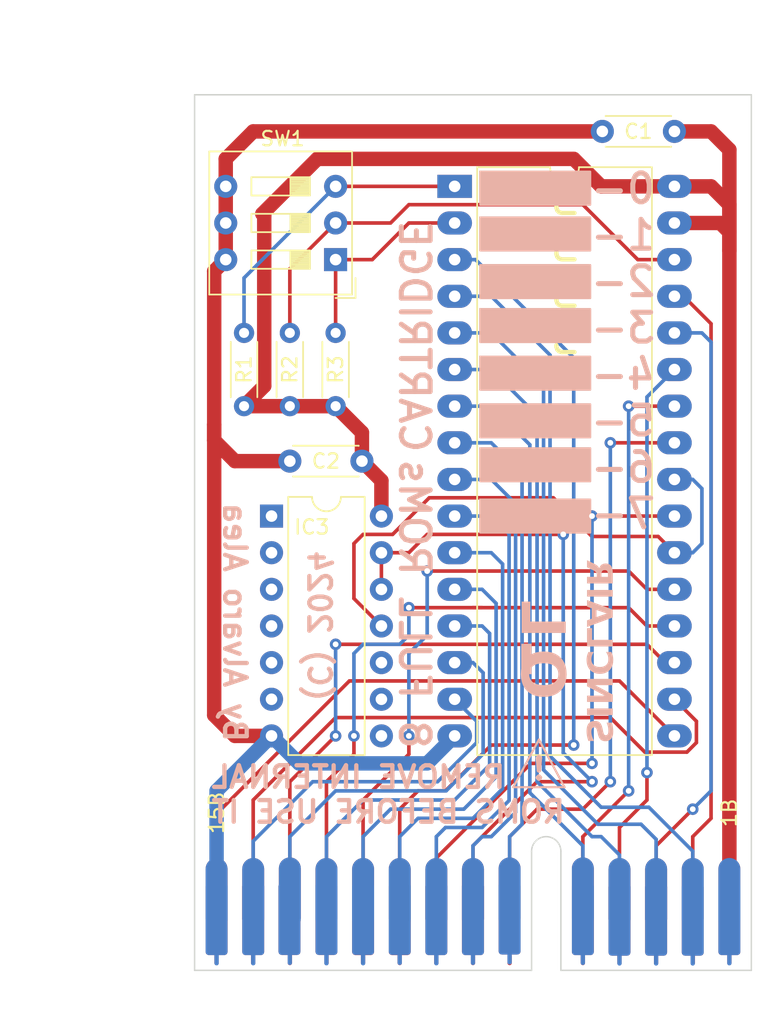
<source format=kicad_pcb>
(kicad_pcb (version 20240108) (generator "pcbnew") (generator_version "8.0")
  (title_block (title "16Kb ROM Cartridge for Sinclair QL") (date "2022-02-04") (rev "0") (company "(c) 2022 Alvaro Alea Fdz.") (comment 1 "IC2 should be 27C128 / W27C512") (comment 2 "https://ohwr.org/cern_ohl_s_v2.txt") (comment 3 "CERN Open Hardware Licence Version 2 - Strongly Reciprocal") (comment 4 "Under License"))
  (layers (0 "F.Cu" signal) (31 "B.Cu" signal) (34 "B.Paste" user) (35 "F.Paste" user) (36 "B.SilkS" user "B.Silkscreen") (37 "F.SilkS" user "F.Silkscreen") (38 "B.Mask" user) (39 "F.Mask" user) (44 "Edge.Cuts" user))
  (net 0 "")
  (net 1 "VCC")
  (net 2 "GND")
  (net 3 "/D3")
  (net 4 "/D4")
  (net 5 "/D2")
  (net 6 "/D5")
  (net 7 "/D1")
  (net 8 "/D6")
  (net 9 "/D0")
  (net 10 "/D7")
  (net 11 "/A0")
  (net 12 "/A15")
  (net 13 "/A1")
  (net 14 "/A10")
  (net 15 "/A2")
  (net 16 "/ROMOE")
  (net 17 "/A3")
  (net 18 "/A11")
  (net 19 "/A4")
  (net 20 "/A9")
  (net 21 "/A5")
  (net 22 "/A8")
  (net 23 "/A6")
  (net 24 "/A13")
  (net 25 "/A7")
  (net 26 "/A14")
  (net 27 "/A12")
  (net 30 "/U_ROMOE")
  (net 40 "Net-(IC2-A16)")
  (net 41 "Net-(IC2-A17)")
  (net 42 "Net-(IC2-A18)")
  (footprint "Package_DIP:DIP-32_W15.24mm_LongPads" (layer "F.Cu") (at 80.01 90.17)
    (property "Reference" "IC2" (at 3.302 0 0) (layer "F.SilkS"))
    (property "Value" "27C512")
    (fp_line (start 1.56 -1.33) (end 1.56 39.43) (stroke (width 0.12)) (layer "F.SilkS"))
    (fp_line (start 1.56 39.43) (end 13.68 39.43) (stroke (width 0.12)) (layer "F.SilkS"))
    (fp_line (start 6.62 -1.33) (end 1.56 -1.33) (stroke (width 0.12)) (layer "F.SilkS"))
    (fp_line (start 13.68 -1.33) (end 8.62 -1.33) (stroke (width 0.12)) (layer "F.SilkS"))
    (fp_line (start 13.68 39.43) (end 13.68 -1.33) (stroke (width 0.12)) (layer "F.SilkS"))
    (fp_arc (start 8.62 -1.33) (mid 7.62 -0.33) (end 6.62 -1.33) (stroke (width 0.12)) (layer "F.SilkS"))
    (pad "1" thru_hole rect (at 0 0) (size 2.4 1.6) (drill 0.8) (layers "*.Cu" "*.Mask") (net 42 "Net-(IC2-A18)"))
    (pad "2" thru_hole oval (at 0 2.54) (size 2.4 1.6) (drill 0.8) (layers "*.Cu" "*.Mask") (net 40 "Net-(IC2-A16)"))
    (pad "3" thru_hole oval (at 0 5.08) (size 2.4 1.6) (drill 0.8) (layers "*.Cu" "*.Mask") (net 12 "/A15"))
    (pad "4" thru_hole oval (at 0 7.62) (size 2.4 1.6) (drill 0.8) (layers "*.Cu" "*.Mask") (net 27 "/A12"))
    (pad "5" thru_hole oval (at 0 10.16) (size 2.4 1.6) (drill 0.8) (layers "*.Cu" "*.Mask") (net 25 "/A7"))
    (pad "6" thru_hole oval (at 0 12.7) (size 2.4 1.6) (drill 0.8) (layers "*.Cu" "*.Mask") (net 23 "/A6"))
    (pad "7" thru_hole oval (at 0 15.24) (size 2.4 1.6) (drill 0.8) (layers "*.Cu" "*.Mask") (net 21 "/A5"))
    (pad "8" thru_hole oval (at 0 17.78) (size 2.4 1.6) (drill 0.8) (layers "*.Cu" "*.Mask") (net 19 "/A4"))
    (pad "9" thru_hole oval (at 0 20.32) (size 2.4 1.6) (drill 0.8) (layers "*.Cu" "*.Mask") (net 17 "/A3"))
    (pad "10" thru_hole oval (at 0 22.86) (size 2.4 1.6) (drill 0.8) (layers "*.Cu" "*.Mask") (net 15 "/A2"))
    (pad "11" thru_hole oval (at 0 25.4) (size 2.4 1.6) (drill 0.8) (layers "*.Cu" "*.Mask") (net 13 "/A1"))
    (pad "12" thru_hole oval (at 0 27.94) (size 2.4 1.6) (drill 0.8) (layers "*.Cu" "*.Mask") (net 11 "/A0"))
    (pad "13" thru_hole oval (at 0 30.48) (size 2.4 1.6) (drill 0.8) (layers "*.Cu" "*.Mask") (net 9 "/D0"))
    (pad "14" thru_hole oval (at 0 33.02) (size 2.4 1.6) (drill 0.8) (layers "*.Cu" "*.Mask") (net 7 "/D1"))
    (pad "15" thru_hole oval (at 0 35.56) (size 2.4 1.6) (drill 0.8) (layers "*.Cu" "*.Mask") (net 5 "/D2"))
    (pad "16" thru_hole oval (at 0 38.1) (size 2.4 1.6) (drill 0.8) (layers "*.Cu" "*.Mask") (net 2 "GND"))
    (pad "17" thru_hole oval (at 15.24 38.1) (size 2.4 1.6) (drill 0.8) (layers "*.Cu" "*.Mask") (net 3 "/D3"))
    (pad "18" thru_hole oval (at 15.24 35.56) (size 2.4 1.6) (drill 0.8) (layers "*.Cu" "*.Mask") (net 4 "/D4"))
    (pad "19" thru_hole oval (at 15.24 33.02) (size 2.4 1.6) (drill 0.8) (layers "*.Cu" "*.Mask") (net 6 "/D5"))
    (pad "20" thru_hole oval (at 15.24 30.48) (size 2.4 1.6) (drill 0.8) (layers "*.Cu" "*.Mask") (net 8 "/D6"))
    (pad "21" thru_hole oval (at 15.24 27.94) (size 2.4 1.6) (drill 0.8) (layers "*.Cu" "*.Mask") (net 10 "/D7"))
    (pad "22" thru_hole oval (at 15.24 25.4) (size 2.4 1.6) (drill 0.8) (layers "*.Cu" "*.Mask") (net 30 "/U_ROMOE"))
    (pad "23" thru_hole oval (at 15.24 22.86) (size 2.4 1.6) (drill 0.8) (layers "*.Cu" "*.Mask") (net 14 "/A10"))
    (pad "24" thru_hole oval (at 15.24 20.32) (size 2.4 1.6) (drill 0.8) (layers "*.Cu" "*.Mask") (net 30 "/U_ROMOE"))
    (pad "25" thru_hole oval (at 15.24 17.78) (size 2.4 1.6) (drill 0.8) (layers "*.Cu" "*.Mask") (net 18 "/A11"))
    (pad "26" thru_hole oval (at 15.24 15.24) (size 2.4 1.6) (drill 0.8) (layers "*.Cu" "*.Mask") (net 20 "/A9"))
    (pad "27" thru_hole oval (at 15.24 12.7) (size 2.4 1.6) (drill 0.8) (layers "*.Cu" "*.Mask") (net 22 "/A8"))
    (pad "28" thru_hole oval (at 15.24 10.16) (size 2.4 1.6) (drill 0.8) (layers "*.Cu" "*.Mask") (net 24 "/A13"))
    (pad "29" thru_hole oval (at 15.24 7.62) (size 2.4 1.6) (drill 0.8) (layers "*.Cu" "*.Mask") (net 26 "/A14"))
    (pad "30" thru_hole oval (at 15.24 5.08) (size 2.4 1.6) (drill 0.8) (layers "*.Cu" "*.Mask") (net 41 "Net-(IC2-A17)"))
    (pad "31" thru_hole oval (at 15.24 2.54) (size 2.4 1.6) (drill 0.8) (layers "*.Cu" "*.Mask") (net 1 "VCC"))
    (pad "32" thru_hole oval (at 15.24 0) (size 2.4 1.6) (drill 0.8) (layers "*.Cu" "*.Mask") (net 1 "VCC"))
  )
  (footprint "Capacitor_THT:C_Disc_D4.3mm_W1.9mm_P5.00mm" (layer "F.Cu") (at 73.58 109.22 180)
    (property "Reference" "C2" (at 2.5 0 360) (layer "F.SilkS"))
    (property "Value" "C")
    (fp_line (start 4.77 1.055) (end 4.77 1.07) (stroke (width 0.12)) (layer "F.SilkS"))
    (fp_line (start 4.77 -1.07) (end 4.77 -1.055) (stroke (width 0.12)) (layer "F.SilkS"))
    (fp_line (start 0.23 1.07) (end 4.77 1.07) (stroke (width 0.12)) (layer "F.SilkS"))
    (fp_line (start 0.23 1.055) (end 0.23 1.07) (stroke (width 0.12)) (layer "F.SilkS"))
    (fp_line (start 0.23 -1.07) (end 4.77 -1.07) (stroke (width 0.12)) (layer "F.SilkS"))
    (fp_line (start 0.23 -1.07) (end 0.23 -1.055) (stroke (width 0.12)) (layer "F.SilkS"))
    (pad "1" thru_hole circle (at 0 0 180) (size 1.6 1.6) (drill 0.8) (layers "*.Cu" "*.Mask") (net 1 "VCC"))
    (pad "2" thru_hole circle (at 5 0 180) (size 1.6 1.6) (drill 0.8) (layers "*.Cu" "*.Mask") (net 2 "GND"))
  )
  (footprint "8bits:CART_QL_EDGE" (layer "F.Cu") (at 73.66 139.994)
    (property "Reference" "J1" (hide yes))
    (property "Value" "QL_cartridge_ROM" (hide yes))
    (fp_line (start -10.16 4.024) (end -10.16 3.516) (stroke (width 0.3)) (layer "F.Cu"))
    (fp_line (start -7.62 4.024) (end -7.62 3.516) (stroke (width 0.3)) (layer "F.Cu"))
    (fp_line (start -5.08 4.024) (end -5.08 3.516) (stroke (width 0.3)) (layer "F.Cu"))
    (fp_line (start -2.54 4.024) (end -2.54 3.516) (stroke (width 0.3)) (layer "F.Cu"))
    (fp_line (start 0 4.024) (end 0 3.516) (stroke (width 0.3)) (layer "F.Cu"))
    (fp_line (start 2.54 4.024) (end 2.54 3.516) (stroke (width 0.3)) (layer "F.Cu"))
    (fp_line (start 5.08 4.024) (end 5.08 3.516) (stroke (width 0.3)) (layer "F.Cu"))
    (fp_line (start 7.62 4.024) (end 7.62 3.516) (stroke (width 0.3)) (layer "F.Cu"))
    (fp_line (start 10.16 4.024) (end 10.16 3.516) (stroke (width 0.3)) (layer "F.Cu"))
    (fp_line (start 15.24 4.024) (end 15.24 3.516) (stroke (width 0.3)) (layer "F.Cu"))
    (fp_line (start 17.78 4.024) (end 17.78 3.516) (stroke (width 0.3)) (layer "F.Cu"))
    (fp_line (start 20.32 4.024) (end 20.32 3.516) (stroke (width 0.3)) (layer "F.Cu"))
    (fp_line (start 22.86 4.024) (end 22.86 3.516) (stroke (width 0.3)) (layer "F.Cu"))
    (fp_line (start 25.4 4.024) (end 25.4 3.516) (stroke (width 0.3)) (layer "F.Cu"))
    (fp_line (start -10.16 4.0386) (end -10.16 3.429) (stroke (width 0.3)) (layer "B.Cu"))
    (fp_line (start -7.62 4.0386) (end -7.62 3.429) (stroke (width 0.3)) (layer "B.Cu"))
    (fp_line (start -5.08 4.0132) (end -5.08 3.4036) (stroke (width 0.3)) (layer "B.Cu"))
    (fp_line (start -2.54 4.0386) (end -2.54 3.429) (stroke (width 0.3)) (layer "B.Cu"))
    (fp_line (start 0 4.0386) (end 0 3.4036) (stroke (width 0.3)) (layer "B.Cu"))
    (fp_line (start 2.54 4.0132) (end 2.54 3.4036) (stroke (width 0.3)) (layer "B.Cu"))
    (fp_line (start 5.08 4.0386) (end 5.08 3.429) (stroke (width 0.3)) (layer "B.Cu"))
    (fp_line (start 7.62 4.0132) (end 7.62 3.4036) (stroke (width 0.3)) (layer "B.Cu"))
    (fp_line (start 10.16 3.9732) (end 10.16 3.389) (stroke (width 0.3)) (layer "B.Cu"))
    (fp_line (start 15.24 4.0132) (end 15.24 3.429) (stroke (width 0.3)) (layer "B.Cu"))
    (fp_line (start 17.78 4.0532) (end 17.78 3.516) (stroke (width 0.3)) (layer "B.Cu"))
    (fp_line (start 20.32 4.0532) (end 20.32 3.516) (stroke (width 0.3)) (layer "B.Cu"))
    (fp_line (start 22.86 4.0532) (end 22.86 3.469) (stroke (width 0.3)) (layer "B.Cu"))
    (fp_line (start 25.4 4.0386) (end 25.4 3.429) (stroke (width 0.3)) (layer "B.Cu"))
    (pad "1" connect roundrect (at 25.4 -0.762) (size 1.524 5) (layers "F.Cu") (roundrect_rratio 0.5) (net 1 "VCC"))
    (pad "1" connect roundrect (at 25.4 0.976) (size 1.524 5) (layers "F.Cu") (roundrect_rratio 0.15) (net 1 "VCC"))
    (pad "2" connect roundrect (at 25.4 -0.762) (size 1.524 5) (layers "B.Cu") (roundrect_rratio 0.5))
    (pad "2" connect roundrect (at 25.4 0.976) (size 1.524 5) (layers "B.Cu") (roundrect_rratio 0.15))
    (pad "3" connect roundrect (at 22.86 -0.762) (size 1.524 5) (layers "F.Cu") (roundrect_rratio 0.5) (net 26 "/A14"))
    (pad "3" connect roundrect (at 22.86 1.016) (size 1.524 5) (layers "F.Cu") (roundrect_rratio 0.15) (net 26 "/A14"))
    (pad "4" connect roundrect (at 22.86 -0.762) (size 1.524 5) (layers "B.Cu") (roundrect_rratio 0.5) (net 27 "/A12"))
    (pad "4" connect roundrect (at 22.86 1.016) (size 1.524 5) (layers "B.Cu") (roundrect_rratio 0.15) (net 27 "/A12"))
    (pad "5" connect roundrect (at 20.32 -0.762) (size 1.524 5) (layers "F.Cu") (roundrect_rratio 0.5) (net 24 "/A13"))
    (pad "5" connect roundrect (at 20.32 1.016) (size 1.524 5) (layers "F.Cu") (roundrect_rratio 0.15) (net 24 "/A13"))
    (pad "6" connect roundrect (at 20.32 -0.762) (size 1.524 5) (layers "B.Cu") (roundrect_rratio 0.5) (net 25 "/A7"))
    (pad "6" connect roundrect (at 20.32 1.016) (size 1.524 5) (layers "B.Cu") (roundrect_rratio 0.15) (net 25 "/A7"))
    (pad "7" connect roundrect (at 17.78 -0.762) (size 1.524 5) (layers "F.Cu") (roundrect_rratio 0.5) (net 22 "/A8"))
    (pad "7" connect roundrect (at 17.78 1.016) (size 1.524 5) (layers "F.Cu") (roundrect_rratio 0.15) (net 22 "/A8"))
    (pad "8" connect roundrect (at 17.78 -0.762) (size 1.524 5) (layers "B.Cu") (roundrect_rratio 0.5) (net 23 "/A6"))
    (pad "8" connect roundrect (at 17.78 1.016) (size 1.524 5) (layers "B.Cu") (roundrect_rratio 0.15) (net 23 "/A6"))
    (pad "9" connect roundrect (at 15.24 -0.802) (size 1.524 5) (layers "F.Cu") (roundrect_rratio 0.5) (net 20 "/A9"))
    (pad "9" connect roundrect (at 15.24 0.976) (size 1.524 5) (layers "F.Cu") (roundrect_rratio 0.15) (net 20 "/A9"))
    (pad "10" connect roundrect (at 15.24 -0.802) (size 1.524 5) (layers "B.Cu") (roundrect_rratio 0.5) (net 21 "/A5"))
    (pad "10" connect roundrect (at 15.24 0.976) (size 1.524 5) (layers "B.Cu") (roundrect_rratio 0.15) (net 21 "/A5"))
    (pad "11" connect roundrect (at 10.16 -0.802) (size 1.524 5) (layers "F.Cu") (roundrect_rratio 0.5) (net 18 "/A11"))
    (pad "11" connect roundrect (at 10.16 0.936) (size 1.524 5) (layers "F.Cu") (roundrect_rratio 0.15) (net 18 "/A11"))
    (pad "12" connect roundrect (at 10.16 -0.802) (size 1.524 5) (layers "B.Cu") (roundrect_rratio 0.5) (net 19 "/A4"))
    (pad "12" connect roundrect (at 10.16 0.936) (size 1.524 5) (layers "B.Cu") (roundrect_rratio 0.15) (net 19 "/A4"))
    (pad "13" connect roundrect (at 7.62 -0.762) (size 1.524 5) (layers "F.Cu") (roundrect_rratio 0.5) (net 16 "/ROMOE"))
    (pad "13" connect roundrect (at 7.62 0.976) (size 1.524 5) (layers "F.Cu") (roundrect_rratio 0.15) (net 16 "/ROMOE"))
    (pad "14" connect roundrect (at 7.62 -0.762) (size 1.524 5) (layers "B.Cu") (roundrect_rratio 0.5) (net 17 "/A3"))
    (pad "14" connect roundrect (at 7.62 0.976) (size 1.524 5) (layers "B.Cu") (roundrect_rratio 0.15) (net 17 "/A3"))
    (pad "15" connect roundrect (at 5.08 -0.762) (size 1.524 5) (layers "F.Cu") (roundrect_rratio 0.5) (net 14 "/A10"))
    (pad "15" connect roundrect (at 5.08 0.976) (size 1.524 5) (layers "F.Cu") (roundrect_rratio 0.15) (net 14 "/A10"))
    (pad "16" connect roundrect (at 5.08 -0.762) (size 1.524 5) (layers "B.Cu") (roundrect_rratio 0.5) (net 15 "/A2"))
    (pad "16" connect roundrect (at 5.08 0.976) (size 1.524 5) (layers "B.Cu") (roundrect_rratio 0.15) (net 15 "/A2"))
    (pad "17" connect roundrect (at 2.54 -0.762) (size 1.524 5) (layers "F.Cu") (roundrect_rratio 0.5) (net 12 "/A15"))
    (pad "17" connect roundrect (at 2.54 0.976) (size 1.524 5) (layers "F.Cu") (roundrect_rratio 0.15) (net 12 "/A15"))
    (pad "18" connect roundrect (at 2.54 -0.762) (size 1.524 5) (layers "B.Cu") (roundrect_rratio 0.5) (net 13 "/A1"))
    (pad "18" connect roundrect (at 2.54 0.9652) (size 1.524 5) (layers "B.Cu") (roundrect_rratio 0.15) (net 13 "/A1"))
    (pad "19" connect roundrect (at 0 -0.762) (size 1.524 5) (layers "F.Cu") (roundrect_rratio 0.5) (net 10 "/D7"))
    (pad "19" connect roundrect (at 0 0.976) (size 1.524 5) (layers "F.Cu") (roundrect_rratio 0.15) (net 10 "/D7"))
    (pad "20" connect roundrect (at 0 -0.762) (size 1.524 5) (layers "B.Cu") (roundrect_rratio 0.5) (net 11 "/A0"))
    (pad "20" connect roundrect (at 0 0.9652) (size 1.524 5) (layers "B.Cu") (roundrect_rratio 0.15) (net 11 "/A0"))
    (pad "21" connect roundrect (at -2.54 -0.762) (size 1.524 5) (layers "F.Cu") (roundrect_rratio 0.5) (net 8 "/D6"))
    (pad "21" connect roundrect (at -2.54 0.9652) (size 1.524 5) (layers "F.Cu") (roundrect_rratio 0.15) (net 8 "/D6"))
    (pad "22" connect roundrect (at -2.54 -0.762) (size 1.524 5) (layers "B.Cu") (roundrect_rratio 0.5) (net 9 "/D0"))
    (pad "22" connect roundrect (at -2.54 0.9652) (size 1.524 5) (layers "B.Cu") (roundrect_rratio 0.15) (net 9 "/D0"))
    (pad "23" connect roundrect (at -5.1054 0.9652) (size 1.524 5) (layers "F.Cu") (roundrect_rratio 0.15) (net 6 "/D5"))
    (pad "23" connect roundrect (at -5.08 -0.802) (size 1.524 5) (layers "F.Cu") (roundrect_rratio 0.5) (net 6 "/D5"))
    (pad "24" connect roundrect (at -5.1054 0.9652) (size 1.524 5) (layers "B.Cu") (roundrect_rratio 0.15) (net 7 "/D1"))
    (pad "24" connect roundrect (at -5.08 -0.802) (size 1.524 5) (layers "B.Cu") (roundrect_rratio 0.5) (net 7 "/D1"))
    (pad "25" connect roundrect (at -7.62 -0.762) (size 1.524 5) (layers "F.Cu") (roundrect_rratio 0.5) (net 4 "/D4"))
    (pad "25" connect roundrect (at -7.62 0.976) (size 1.524 5) (layers "F.Cu") (roundrect_rratio 0.15) (net 4 "/D4"))
    (pad "26" connect roundrect (at -7.62 -0.762) (size 1.524 5) (layers "B.Cu") (roundrect_rratio 0.5) (net 5 "/D2"))
    (pad "26" connect roundrect (at -7.62 0.976) (size 1.524 5) (layers "B.Cu") (roundrect_rratio 0.15) (net 5 "/D2"))
    (pad "27" connect roundrect (at -10.16 -0.762) (size 1.524 5) (layers "F.Cu") (roundrect_rratio 0.5) (net 3 "/D3"))
    (pad "27" connect roundrect (at -10.16 0.976) (size 1.524 5) (layers "F.Cu") (roundrect_rratio 0.15) (net 3 "/D3"))
    (pad "28" connect roundrect (at -10.16 -0.762) (size 1.524 5) (layers "B.Cu") (roundrect_rratio 0.5) (net 2 "GND"))
    (pad "28" connect roundrect (at -10.16 0.976) (size 1.524 5) (layers "B.Cu") (roundrect_rratio 0.15) (net 2 "GND"))
  )
  (footprint "Button_Switch_THT:SW_DIP_SPSTx03_Slide_9.78x9.8mm_W7.62mm_P2.54mm" (layer "F.Cu") (at 71.755 95.25 180)
    (property "Reference" "SW1" (at 3.683 8.382 360) (layer "F.SilkS"))
    (property "Value" "SW_DIP_x03")
    (fp_line (start 8.76 -2.42) (end 8.76 7.5) (stroke (width 0.12)) (layer "F.SilkS"))
    (fp_line (start 5.84 5.715) (end 5.84 4.445) (stroke (width 0.12)) (layer "F.SilkS"))
    (fp_line (start 5.84 4.445) (end 1.78 4.445) (stroke (width 0.12)) (layer "F.SilkS"))
    (fp_line (start 5.84 3.175) (end 5.84 1.905) (stroke (width 0.12)) (layer "F.SilkS"))
    (fp_line (start 5.84 1.905) (end 1.78 1.905) (stroke (width 0.12)) (layer "F.SilkS"))
    (fp_line (start 5.84 0.635) (end 5.84 -0.635) (stroke (width 0.12)) (layer "F.SilkS"))
    (fp_line (start 5.84 -0.635) (end 1.78 -0.635) (stroke (width 0.12)) (layer "F.SilkS"))
    (fp_line (start 3.133333 4.445) (end 3.133333 5.715) (stroke (width 0.12)) (layer "F.SilkS"))
    (fp_line (start 3.133333 1.905) (end 3.133333 3.175) (stroke (width 0.12)) (layer "F.SilkS"))
    (fp_line (start 3.133333 -0.635) (end 3.133333 0.635) (stroke (width 0.12)) (layer "F.SilkS"))
    (fp_line (start 1.78 5.715) (end 5.84 5.715) (stroke (width 0.12)) (layer "F.SilkS"))
    (fp_line (start 1.78 5.645) (end 3.133333 5.645) (stroke (width 0.12)) (layer "F.SilkS"))
    (fp_line (start 1.78 5.525) (end 3.133333 5.525) (stroke (width 0.12)) (layer "F.SilkS"))
    (fp_line (start 1.78 5.405) (end 3.133333 5.405) (stroke (width 0.12)) (layer "F.SilkS"))
    (fp_line (start 1.78 5.285) (end 3.133333 5.285) (stroke (width 0.12)) (layer "F.SilkS"))
    (fp_line (start 1.78 5.165) (end 3.133333 5.165) (stroke (width 0.12)) (layer "F.SilkS"))
    (fp_line (start 1.78 5.045) (end 3.133333 5.045) (stroke (width 0.12)) (layer "F.SilkS"))
    (fp_line (start 1.78 4.925) (end 3.133333 4.925) (stroke (width 0.12)) (layer "F.SilkS"))
    (fp_line (start 1.78 4.805) (end 3.133333 4.805) (stroke (width 0.12)) (layer "F.SilkS"))
    (fp_line (start 1.78 4.685) (end 3.133333 4.685) (stroke (width 0.12)) (layer "F.SilkS"))
    (fp_line (start 1.78 4.565) (end 3.133333 4.565) (stroke (width 0.12)) (layer "F.SilkS"))
    (fp_line (start 1.78 4.445) (end 1.78 5.715) (stroke (width 0.12)) (layer "F.SilkS"))
    (fp_line (start 1.78 3.175) (end 5.84 3.175) (stroke (width 0.12)) (layer "F.SilkS"))
    (fp_line (start 1.78 3.105) (end 3.133333 3.105) (stroke (width 0.12)) (layer "F.SilkS"))
    (fp_line (start 1.78 2.985) (end 3.133333 2.985) (stroke (width 0.12)) (layer "F.SilkS"))
    (fp_line (start 1.78 2.865) (end 3.133333 2.865) (stroke (width 0.12)) (layer "F.SilkS"))
    (fp_line (start 1.78 2.745) (end 3.133333 2.745) (stroke (width 0.12)) (layer "F.SilkS"))
    (fp_line (start 1.78 2.625) (end 3.133333 2.625) (stroke (width 0.12)) (layer "F.SilkS"))
    (fp_line (start 1.78 2.505) (end 3.133333 2.505) (stroke (width 0.12)) (layer "F.SilkS"))
    (fp_line (start 1.78 2.385) (end 3.133333 2.385) (stroke (width 0.12)) (layer "F.SilkS"))
    (fp_line (start 1.78 2.265) (end 3.133333 2.265) (stroke (width 0.12)) (layer "F.SilkS"))
    (fp_line (start 1.78 2.145) (end 3.133333 2.145) (stroke (width 0.12)) (layer "F.SilkS"))
    (fp_line (start 1.78 2.025) (end 3.133333 2.025) (stroke (width 0.12)) (layer "F.SilkS"))
    (fp_line (start 1.78 1.905) (end 1.78 3.175) (stroke (width 0.12)) (layer "F.SilkS"))
    (fp_line (start 1.78 0.635) (end 5.84 0.635) (stroke (width 0.12)) (layer "F.SilkS"))
    (fp_line (start 1.78 0.565) (end 3.133333 0.565) (stroke (width 0.12)) (layer "F.SilkS"))
    (fp_line (start 1.78 0.445) (end 3.133333 0.445) (stroke (width 0.12)) (layer "F.SilkS"))
    (fp_line (start 1.78 0.325) (end 3.133333 0.325) (stroke (width 0.12)) (layer "F.SilkS"))
    (fp_line (start 1.78 0.205) (end 3.133333 0.205) (stroke (width 0.12)) (layer "F.SilkS"))
    (fp_line (start 1.78 0.085) (end 3.133333 0.085) (stroke (width 0.12)) (layer "F.SilkS"))
    (fp_line (start 1.78 -0.035) (end 3.133333 -0.035) (stroke (width 0.12)) (layer "F.SilkS"))
    (fp_line (start 1.78 -0.155) (end 3.133333 -0.155) (stroke (width 0.12)) (layer "F.SilkS"))
    (fp_line (start 1.78 -0.275) (end 3.133333 -0.275) (stroke (width 0.12)) (layer "F.SilkS"))
    (fp_line (start 1.78 -0.395) (end 3.133333 -0.395) (stroke (width 0.12)) (layer "F.SilkS"))
    (fp_line (start 1.78 -0.515) (end 3.133333 -0.515) (stroke (width 0.12)) (layer "F.SilkS"))
    (fp_line (start 1.78 -0.635) (end 1.78 0.635) (stroke (width 0.12)) (layer "F.SilkS"))
    (fp_line (start -1.14 7.5) (end 8.76 7.5) (stroke (width 0.12)) (layer "F.SilkS"))
    (fp_line (start -1.14 -2.42) (end 8.76 -2.42) (stroke (width 0.12)) (layer "F.SilkS"))
    (fp_line (start -1.14 -2.42) (end -1.14 7.5) (stroke (width 0.12)) (layer "F.SilkS"))
    (fp_line (start -1.38 -2.66) (end 0.004 -2.66) (stroke (width 0.12)) (layer "F.SilkS"))
    (fp_line (start -1.38 -2.66) (end -1.38 -1.277) (stroke (width 0.12)) (layer "F.SilkS"))
    (pad "1" thru_hole rect (at 0 0 180) (size 1.6 1.6) (drill 0.8) (layers "*.Cu" "*.Mask") (net 40 "Net-(IC2-A16)"))
    (pad "2" thru_hole oval (at 0 2.54 180) (size 1.6 1.6) (drill 0.8) (layers "*.Cu" "*.Mask") (net 41 "Net-(IC2-A17)"))
    (pad "3" thru_hole oval (at 0 5.08 180) (size 1.6 1.6) (drill 0.8) (layers "*.Cu" "*.Mask") (net 42 "Net-(IC2-A18)"))
    (pad "4" thru_hole oval (at 7.62 5.08 180) (size 1.6 1.6) (drill 0.8) (layers "*.Cu" "*.Mask") (net 2 "GND"))
    (pad "5" thru_hole oval (at 7.62 2.54 180) (size 1.6 1.6) (drill 0.8) (layers "*.Cu" "*.Mask") (net 2 "GND"))
    (pad "6" thru_hole oval (at 7.62 0 180) (size 1.6 1.6) (drill 0.8) (layers "*.Cu" "*.Mask") (net 2 "GND"))
  )
  (footprint "Resistor_THT:R_Axial_DIN0204_L3.6mm_D1.6mm_P5.08mm_Horizontal" (layer "F.Cu") (at 68.58 105.41 90)
    (property "Reference" "R2" (at 2.54 0 90) (layer "F.SilkS"))
    (property "Value" "R")
    (fp_line (start 0.62 -0.92) (end 4.46 -0.92) (stroke (width 0.12)) (layer "F.SilkS"))
    (fp_line (start 0.62 0.92) (end 4.46 0.92) (stroke (width 0.12)) (layer "F.SilkS"))
    (pad "1" thru_hole circle (at 0 0 90) (size 1.4 1.4) (drill 0.7) (layers "*.Cu" "*.Mask") (net 1 "VCC"))
    (pad "2" thru_hole oval (at 5.08 0 90) (size 1.4 1.4) (drill 0.7) (layers "*.Cu" "*.Mask") (net 41 "Net-(IC2-A17)"))
  )
  (footprint "Capacitor_THT:C_Disc_D4.3mm_W1.9mm_P5.00mm" (layer "F.Cu") (at 95.25 86.36 180)
    (property "Reference" "C1" (at 2.5 0 360) (layer "F.SilkS"))
    (property "Value" "C")
    (fp_line (start 4.77 1.055) (end 4.77 1.07) (stroke (width 0.12)) (layer "F.SilkS"))
    (fp_line (start 4.77 -1.07) (end 4.77 -1.055) (stroke (width 0.12)) (layer "F.SilkS"))
    (fp_line (start 0.23 1.07) (end 4.77 1.07) (stroke (width 0.12)) (layer "F.SilkS"))
    (fp_line (start 0.23 1.055) (end 0.23 1.07) (stroke (width 0.12)) (layer "F.SilkS"))
    (fp_line (start 0.23 -1.07) (end 4.77 -1.07) (stroke (width 0.12)) (layer "F.SilkS"))
    (fp_line (start 0.23 -1.07) (end 0.23 -1.055) (stroke (width 0.12)) (layer "F.SilkS"))
    (pad "1" thru_hole circle (at 0 0 180) (size 1.6 1.6) (drill 0.8) (layers "*.Cu" "*.Mask") (net 1 "VCC"))
    (pad "2" thru_hole circle (at 5 0 180) (size 1.6 1.6) (drill 0.8) (layers "*.Cu" "*.Mask") (net 2 "GND"))
  )
  (footprint "Resistor_THT:R_Axial_DIN0204_L3.6mm_D1.6mm_P5.08mm_Horizontal" (layer "F.Cu") (at 71.755 105.41 90)
    (property "Reference" "R3" (at 2.54 0 90) (layer "F.SilkS"))
    (property "Value" "R")
    (fp_line (start 0.62 -0.92) (end 4.46 -0.92) (stroke (width 0.12)) (layer "F.SilkS"))
    (fp_line (start 0.62 0.92) (end 4.46 0.92) (stroke (width 0.12)) (layer "F.SilkS"))
    (pad "1" thru_hole circle (at 0 0 90) (size 1.4 1.4) (drill 0.7) (layers "*.Cu" "*.Mask") (net 1 "VCC"))
    (pad "2" thru_hole oval (at 5.08 0 90) (size 1.4 1.4) (drill 0.7) (layers "*.Cu" "*.Mask") (net 40 "Net-(IC2-A16)"))
  )
  (footprint "Package_DIP:DIP-14_W7.62mm" (layer "F.Cu") (at 67.31 113.03)
    (property "Reference" "IC3" (at 2.794 0.762 360) (layer "F.SilkS"))
    (property "Value" "74LS00")
    (fp_line (start 1.16 -1.33) (end 1.16 16.57) (stroke (width 0.12)) (layer "F.SilkS"))
    (fp_line (start 1.16 16.57) (end 6.46 16.57) (stroke (width 0.12)) (layer "F.SilkS"))
    (fp_line (start 2.81 -1.33) (end 1.16 -1.33) (stroke (width 0.12)) (layer "F.SilkS"))
    (fp_line (start 6.46 -1.33) (end 4.81 -1.33) (stroke (width 0.12)) (layer "F.SilkS"))
    (fp_line (start 6.46 16.57) (end 6.46 -1.33) (stroke (width 0.12)) (layer "F.SilkS"))
    (fp_arc (start 4.81 -1.33) (mid 3.81 -0.33) (end 2.81 -1.33) (stroke (width 0.12)) (layer "F.SilkS"))
    (pad "1" thru_hole rect (at 0 0) (size 1.6 1.6) (drill 0.8) (layers "*.Cu" "*.Mask"))
    (pad "2" thru_hole oval (at 0 2.54) (size 1.6 1.6) (drill 0.8) (layers "*.Cu" "*.Mask"))
    (pad "3" thru_hole oval (at 0 5.08) (size 1.6 1.6) (drill 0.8) (layers "*.Cu" "*.Mask"))
    (pad "4" thru_hole oval (at 0 7.62) (size 1.6 1.6) (drill 0.8) (layers "*.Cu" "*.Mask"))
    (pad "5" thru_hole oval (at 0 10.16) (size 1.6 1.6) (drill 0.8) (layers "*.Cu" "*.Mask"))
    (pad "6" thru_hole oval (at 0 12.7) (size 1.6 1.6) (drill 0.8) (layers "*.Cu" "*.Mask"))
    (pad "7" thru_hole oval (at 0 15.24) (size 1.6 1.6) (drill 0.8) (layers "*.Cu" "*.Mask") (net 2 "GND"))
    (pad "8" thru_hole oval (at 7.62 15.24) (size 1.6 1.6) (drill 0.8) (layers "*.Cu" "*.Mask"))
    (pad "9" thru_hole oval (at 7.62 12.7) (size 1.6 1.6) (drill 0.8) (layers "*.Cu" "*.Mask"))
    (pad "10" thru_hole oval (at 7.62 10.16) (size 1.6 1.6) (drill 0.8) (layers "*.Cu" "*.Mask"))
    (pad "11" thru_hole oval (at 7.62 7.62) (size 1.6 1.6) (drill 0.8) (layers "*.Cu" "*.Mask") (net 30 "/U_ROMOE"))
    (pad "12" thru_hole oval (at 7.62 5.08) (size 1.6 1.6) (drill 0.8) (layers "*.Cu" "*.Mask") (net 16 "/ROMOE"))
    (pad "13" thru_hole oval (at 7.62 2.54) (size 1.6 1.6) (drill 0.8) (layers "*.Cu" "*.Mask") (net 16 "/ROMOE"))
    (pad "14" thru_hole oval (at 7.62 0) (size 1.6 1.6) (drill 0.8) (layers "*.Cu" "*.Mask") (net 1 "VCC"))
  )
  (footprint "Resistor_THT:R_Axial_DIN0204_L3.6mm_D1.6mm_P5.08mm_Horizontal" (layer "F.Cu") (at 65.405 105.41 90)
    (property "Reference" "R1" (at 2.54 0 90) (layer "F.SilkS"))
    (property "Value" "R")
    (fp_line (start 0.62 -0.92) (end 4.46 -0.92) (stroke (width 0.12)) (layer "F.SilkS"))
    (fp_line (start 0.62 0.92) (end 4.46 0.92) (stroke (width 0.12)) (layer "F.SilkS"))
    (pad "1" thru_hole circle (at 0 0 90) (size 1.4 1.4) (drill 0.7) (layers "*.Cu" "*.Mask") (net 1 "VCC"))
    (pad "2" thru_hole oval (at 5.08 0 90) (size 1.4 1.4) (drill 0.7) (layers "*.Cu" "*.Mask") (net 42 "Net-(IC2-A18)"))
  )
  (gr_rect (start 85.344 121.8819) (end 84.6328 123.9901) (fill solid) (layer "B.SilkS"))
  (gr_rect (start 81.788 101.981) (end 89.408 104.267) (stroke (width 0.15)) (fill solid) (layer "B.SilkS"))
  (gr_rect (start 81.788 95.631) (end 89.408 97.917) (stroke (width 0.15)) (fill solid) (layer "B.SilkS"))
  (gr_line (start 87.63 131.826) (end 85.852 128.524) (stroke (width 0.15)) (layer "B.SilkS"))
  (gr_rect (start 81.788 111.887) (end 89.408 114.173) (stroke (width 0.15)) (fill solid) (layer "B.SilkS"))
  (gr_rect (start 81.788 98.679) (end 89.408 100.965) (stroke (width 0.15)) (fill solid) (layer "B.SilkS"))
  (gr_rect (start 81.788 89.154) (end 89.408 91.44) (stroke (width 0.15)) (fill solid) (layer "B.SilkS"))
  (gr_rect (start 81.788 108.331) (end 89.408 110.617) (stroke (width 0.15)) (fill solid) (layer "B.SilkS"))
  (gr_line (start 85.852 128.524) (end 84.074 131.826) (stroke (width 0.15)) (layer "B.SilkS"))
  (gr_rect (start 81.788 92.329) (end 89.408 94.615) (stroke (width 0.15)) (fill solid) (layer "B.SilkS"))
  (gr_rect (start 81.788 105.283) (end 89.408 107.569) (stroke (width 0.15)) (fill solid) (layer "B.SilkS"))
  (gr_line (start 84.074 131.826) (end 87.63 131.826) (stroke (width 0.15)) (layer "B.SilkS"))
  (gr_line (start 100.584 83.82) (end 61.976 83.82) (stroke (width 0.1)) (layer "Edge.Cuts"))
  (gr_line (start 85.344 136.271) (end 85.344 144.526) (stroke (width 0.1)) (layer "Edge.Cuts"))
  (gr_line (start 100.584 83.82) (end 100.584 144.526) (stroke (width 0.1)) (layer "Edge.Cuts"))
  (gr_line (start 85.344 144.526) (end 61.976 144.526) (stroke (width 0.1)) (layer "Edge.Cuts"))
  (gr_line (start 61.976 83.82) (end 61.976 144.526) (stroke (width 0.1)) (layer "Edge.Cuts"))
  (gr_line (start 87.376 144.526) (end 87.376 136.271) (stroke (width 0.1)) (layer "Edge.Cuts"))
  (gr_line (start 100.584 144.526) (end 87.376 144.526) (stroke (width 0.1)) (layer "Edge.Cuts"))
  (gr_arc (start 85.344 136.271) (mid 86.36 135.255) (end 87.376 136.271) (stroke (width 0.1)) (layer "Edge.Cuts"))
  (gr_text "CARTRIDGE" (at 77.216 100.584 270) (layer "B.SilkS") (effects (font (size 2 2) (thickness 0.35)) (justify mirror)))
  (gr_text "REMOVE INTERNAL\nROMS BEFORE USE IT" (at 62.992 132.334 0) (layer "B.SilkS") (effects (font (size 1.5 1.5) (thickness 0.3) (bold yes)) (justify right mirror)))
  (gr_text "!" (at 85.852 130.556 0) (layer "B.SilkS") (effects (font (size 1.5 1.5) (thickness 0.3) (bold yes)) (justify mirror)))
  (gr_text "(C) 2024" (at 70.612 120.65 270) (layer "B.SilkS") (effects (font (size 1.5 1.5) (thickness 0.3) (bold yes)) (justify mirror)))
  (gr_text "O" (at 85.9028 123.9901 -90) (layer "B.SilkS") (effects (font (size 3 3) (thickness 0.35)) (justify mirror)))
  (gr_text "L" (at 85.9028 120.1801 -90) (layer "B.SilkS") (effects (font (size 3 3) (thickness 0.35)) (justify mirror)))
  (gr_text "8 FULL ROMs" (at 77.216 119.126 270) (layer "B.SilkS") (effects (font (size 2 2) (thickness 0.35)) (justify mirror)))
  (gr_text "0-\n1-\n2-\n3-\n4-\n5-\n6-\n7-" (at 91.694 101.6 0) (layer "B.SilkS") (effects (font (size 2 2) (thickness 0.35)) (justify mirror)))
  (gr_text "SINCLAIR" (at 89.916 122.428 270) (layer "B.SilkS") (effects (font (size 1.75 1.75) (thickness 0.35)) (justify mirror)))
  (gr_text "By Alvaro Alea" (at 64.77 120.396 270) (layer "B.SilkS") (effects (font (size 1.5 1.5) (thickness 0.3) (bold yes)) (justify mirror)))
  (gr_text "JLCJLCJLCJLC" (at 87.63 97.79 -90) (layer "F.SilkS") (effects (font (size 1.25 1.25) (thickness 0.3))))
  (gr_text "1B" (at 99.06 133.604 90) (layer "F.SilkS") (effects (font (size 1 1))))
  (gr_text "15B" (at 63.5 133.604 90) (layer "F.SilkS") (effects (font (size 1 1))))
  (segment (start 95.25 90.17) (end 97.79 90.17) (width 1) (layer "F.Cu") (net 1))
  (segment (start 95.25 92.71) (end 98.425 92.71) (width 1) (layer "F.Cu") (net 1))
  (segment (start 99.06 87.63) (end 97.79 86.36) (width 1) (layer "F.Cu") (net 1))
  (segment (start 73.58 107.235) (end 73.58 109.22) (width 1) (layer "F.Cu") (net 1))
  (segment (start 73.58 109.22) (end 74.93 110.57) (width 1) (layer "F.Cu") (net 1))
  (segment (start 99.06 139.232) (end 99.06 94.615) (width 1) (layer "F.Cu") (net 1))
  (segment (start 99.06 93.345) (end 99.06 87.63) (width 1) (layer "F.Cu") (net 1))
  (segment (start 97.79 86.36) (end 95.25 86.36) (width 1) (layer "F.Cu") (net 1))
  (segment (start 98.425 92.71) (end 99.06 93.345) (width 1) (layer "F.Cu") (net 1))
  (segment (start 88.265 88.265) (end 70.485 88.265) (width 1) (layer "F.Cu") (net 1))
  (segment (start 99.06 91.44) (end 99.06 94.615) (width 1) (layer "F.Cu") (net 1))
  (segment (start 97.79 90.17) (end 99.06 91.44) (width 1) (layer "F.Cu") (net 1))
  (segment (start 70.485 88.265) (end 66.675 92.075) (width 1) (layer "F.Cu") (net 1))
  (segment (start 99.06 94.615) (end 99.06 93.345) (width 1) (layer "F.Cu") (net 1))
  (segment (start 66.675 92.075) (end 66.805 92.205) (width 1) (layer "F.Cu") (net 1))
  (segment (start 71.755 105.41) (end 73.58 107.235) (width 1) (layer "F.Cu") (net 1))
  (segment (start 74.93 110.57) (end 74.93 113.03) (width 1) (layer "F.Cu") (net 1))
  (segment (start 66.805 92.205) (end 66.805 104.01) (width 1) (layer "F.Cu") (net 1))
  (segment (start 65.405 105.41) (end 68.58 105.41) (width 1) (layer "F.Cu") (net 1))
  (segment (start 90.17 90.17) (end 88.265 88.265) (width 1) (layer "F.Cu") (net 1))
  (segment (start 66.805 104.01) (end 65.405 105.41) (width 1) (layer "F.Cu") (net 1))
  (segment (start 68.58 105.41) (end 71.755 105.41) (width 1) (layer "F.Cu") (net 1))
  (segment (start 95.25 90.17) (end 90.17 90.17) (width 1) (layer "F.Cu") (net 1))
  (segment (start 63.335001 106.68) (end 63.335001 126.835001) (width 1) (layer "F.Cu") (net 2))
  (segment (start 63.335001 96.049999) (end 63.335001 106.68) (width 1) (layer "F.Cu") (net 2))
  (segment (start 64.77 128.27) (end 67.31 128.27) (width 1) (layer "F.Cu") (net 2))
  (segment (start 64.135 88.265) (end 64.135 95.25) (width 1) (layer "F.Cu") (net 2))
  (segment (start 64.135 95.25) (end 63.335001 96.049999) (width 1) (layer "F.Cu") (net 2))
  (segment (start 90.25 86.36) (end 66.04 86.36) (width 1) (layer "F.Cu") (net 2))
  (segment (start 63.335001 106.68) (end 63.335001 107.785001) (width 1) (layer "F.Cu") (net 2))
  (segment (start 63.335001 126.835001) (end 64.77 128.27) (width 1) (layer "F.Cu") (net 2))
  (segment (start 63.335001 107.785001) (end 64.77 109.22) (width 1) (layer "F.Cu") (net 2))
  (segment (start 64.77 109.22) (end 68.58 109.22) (width 1) (layer "F.Cu") (net 2))
  (segment (start 66.04 86.36) (end 64.135 88.265) (width 1) (layer "F.Cu") (net 2))
  (segment (start 63.5 132.08) (end 67.31 128.27) (width 1) (layer "B.Cu") (net 2))
  (segment (start 80.01 128.27) (end 78.105 130.175) (width 1) (layer "B.Cu") (net 2))
  (segment (start 63.5 139.232) (end 63.5 132.08) (width 1) (layer "B.Cu") (net 2))
  (segment (start 78.105 130.175) (end 69.215 130.175) (width 1) (layer "B.Cu") (net 2))
  (segment (start 69.215 130.175) (end 67.31 128.27) (width 1) (layer "B.Cu") (net 2))
  (segment (start 63.5 133.670991) (end 63.5 139.232) (width 0.25) (layer "F.Cu") (net 3))
  (segment (start 72.710992 124.46) (end 68.105496 129.065496) (width 0.25) (layer "F.Cu") (net 3))
  (segment (start 68.105496 129.065496) (end 63.5 133.670991) (width 0.25) (layer "F.Cu") (net 3))
  (segment (start 91.44 124.46) (end 72.710992 124.46) (width 0.25) (layer "F.Cu") (net 3))
  (segment (start 95.25 128.27) (end 91.44 124.46) (width 0.25) (layer "F.Cu") (net 3))
  (segment (start 71.755 127) (end 66.04 132.715) (width 0.25) (layer "F.Cu") (net 4))
  (segment (start 95.25 125.73) (end 96.775 127.255) (width 0.25) (layer "F.Cu") (net 4))
  (segment (start 96.775 127.255) (end 96.775 128.73599) (width 0.25) (layer "F.Cu") (net 4))
  (segment (start 90.805 127) (end 71.755 127) (width 0.25) (layer "F.Cu") (net 4))
  (segment (start 66.04 132.715) (end 66.04 139.232) (width 0.25) (layer "F.Cu") (net 4))
  (segment (start 96.775 128.73599) (end 96.11599 129.395) (width 0.25) (layer "F.Cu") (net 4))
  (segment (start 96.11599 129.395) (end 93.2 129.395) (width 0.25) (layer "F.Cu") (net 4))
  (segment (start 93.2 129.395) (end 90.805 127) (width 0.25) (layer "F.Cu") (net 4))
  (segment (start 81.535 127.255) (end 80.01 125.73) (width 0.25) (layer "B.Cu") (net 5))
  (segment (start 70.007005 131.602005) (end 70.16401 131.445) (width 0.25) (layer "B.Cu") (net 5))
  (segment (start 70.16401 131.445) (end 78.82599 131.445) (width 0.25) (layer "B.Cu") (net 5))
  (segment (start 66.04 135.569009) (end 70.007005 131.602005) (width 0.25) (layer "B.Cu") (net 5))
  (segment (start 81.535 128.73599) (end 81.535 127.255) (width 0.25) (layer "B.Cu") (net 5))
  (segment (start 66.04 139.232) (end 66.04 135.569009) (width 0.25) (layer "B.Cu") (net 5))
  (segment (start 78.82599 131.445) (end 81.535 128.73599) (width 0.25) (layer "B.Cu") (net 5))
  (segment (start 80.01 125.73) (end 81.28 127) (width 0.25) (layer "B.Cu") (net 5))
  (segment (start 94.615 123.19) (end 95.25 123.19) (width 0.25) (layer "F.Cu") (net 6))
  (segment (start 93.345 121.92) (end 94.615 123.19) (width 0.25) (layer "F.Cu") (net 6))
  (segment (start 71.755 121.92) (end 93.345 121.92) (width 0.25) (layer "F.Cu") (net 6))
  (segment (start 68.58 131.445) (end 68.58 139.192) (width 0.25) (layer "F.Cu") (net 6))
  (segment (start 71.755 128.27) (end 68.58 131.445) (width 0.25) (layer "F.Cu") (net 6))
  (via (at 71.755 128.27) (size 0.8) (drill 0.4) (layers "F.Cu" "B.Cu") (net 6))
  (via (at 71.755 121.92) (size 0.8) (drill 0.4) (layers "F.Cu" "B.Cu") (net 6))
  (segment (start 71.755 121.92) (end 71.755 128.27) (width 0.25) (layer "B.Cu") (net 6))
  (segment (start 68.58 139.192) (end 68.58 135.255) (width 0.25) (layer "B.Cu") (net 7))
  (segment (start 71.755 132.08) (end 79.417996 132.08) (width 0.25) (layer "B.Cu") (net 7))
  (segment (start 81.985 129.512996) (end 81.985 123.895) (width 0.25) (layer "B.Cu") (net 7))
  (segment (start 79.417996 132.08) (end 81.985 129.512996) (width 0.25) (layer "B.Cu") (net 7))
  (segment (start 68.58 135.255) (end 71.755 132.08) (width 0.25) (layer "B.Cu") (net 7))
  (segment (start 81.985 123.895) (end 81.28 123.19) (width 0.25) (layer "B.Cu") (net 7))
  (segment (start 81.28 123.19) (end 80.01 123.19) (width 0.25) (layer "B.Cu") (net 7))
  (segment (start 71.12 139.232) (end 71.12 131.445) (width 0.25) (layer "F.Cu") (net 8))
  (segment (start 95.25 120.65) (end 93.345 120.65) (width 0.25) (layer "F.Cu") (net 8))
  (segment (start 92.075 119.38) (end 93.345 120.65) (width 0.25) (layer "F.Cu") (net 8))
  (segment (start 81.28 119.38) (end 76.835 119.38) (width 0.25) (layer "F.Cu") (net 8))
  (segment (start 73.025 128.27) (end 73.025 129.54) (width 0.25) (layer "F.Cu") (net 8))
  (segment (start 71.12 131.445) (end 73.025 129.54) (width 0.25) (layer "F.Cu") (net 8))
  (segment (start 81.28 119.38) (end 92.075 119.38) (width 0.25) (layer "F.Cu") (net 8))
  (segment (start 81.915 119.38) (end 81.28 119.38) (width 0.25) (layer "F.Cu") (net 8))
  (via (at 73.025 128.27) (size 0.8) (drill 0.4) (layers "F.Cu" "B.Cu") (net 8))
  (via (at 76.835 119.38) (size 0.8) (drill 0.4) (layers "F.Cu" "B.Cu") (net 8))
  (segment (start 76.835 119.38) (end 76.835 121.285) (width 0.25) (layer "B.Cu") (net 8))
  (segment (start 76.835 121.285) (end 76.2 121.92) (width 0.25) (layer "B.Cu") (net 8))
  (segment (start 76.2 121.92) (end 73.66 121.92) (width 0.25) (layer "B.Cu") (net 8))
  (segment (start 73.66 121.92) (end 73.025 122.555) (width 0.25) (layer "B.Cu") (net 8))
  (segment (start 73.025 122.555) (end 73.025 128.27) (width 0.25) (layer "B.Cu") (net 8))
  (segment (start 80.01 132.715) (end 82.435 130.29) (width 0.25) (layer "B.Cu") (net 9))
  (segment (start 71.12 139.232) (end 71.12 135.255) (width 0.25) (layer "B.Cu") (net 9))
  (segment (start 82.435 130.29) (end 82.435 121.17) (width 0.25) (layer "B.Cu") (net 9))
  (segment (start 81.915 120.65) (end 80.01 120.65) (width 0.25) (layer "B.Cu") (net 9))
  (segment (start 71.12 135.255) (end 73.66 132.715) (width 0.25) (layer "B.Cu") (net 9))
  (segment (start 82.435 121.17) (end 81.915 120.65) (width 0.25) (layer "B.Cu") (net 9))
  (segment (start 73.66 132.715) (end 80.01 132.715) (width 0.25) (layer "B.Cu") (net 9))
  (segment (start 95.25 118.11) (end 93.345 118.11) (width 0.25) (layer "F.Cu") (net 10))
  (segment (start 92.075 116.84) (end 78.105 116.84) (width 0.25) (layer "F.Cu") (net 10))
  (segment (start 93.345 118.11) (end 92.075 116.84) (width 0.25) (layer "F.Cu") (net 10))
  (segment (start 76.835 129.54) (end 76.835 128.27) (width 0.25) (layer "F.Cu") (net 10))
  (segment (start 73.66 139.232) (end 73.66 132.715) (width 0.25) (layer "F.Cu") (net 10))
  (segment (start 73.66 132.715) (end 76.835 129.54) (width 0.25) (layer "F.Cu") (net 10))
  (via (at 78.105 116.84) (size 0.8) (drill 0.4) (layers "F.Cu" "B.Cu") (net 10))
  (via (at 76.835 128.27) (size 0.8) (drill 0.4) (layers "F.Cu" "B.Cu") (net 10))
  (segment (start 78.105 121.285) (end 78.105 116.84) (width 0.25) (layer "B.Cu") (net 10))
  (segment (start 76.835 122.555) (end 78.105 121.285) (width 0.25) (layer "B.Cu") (net 10))
  (segment (start 76.835 128.27) (end 76.835 122.555) (width 0.25) (layer "B.Cu") (net 10))
  (segment (start 73.66 139.232) (end 73.66 135.255) (width 0.25) (layer "B.Cu") (net 11))
  (segment (start 82.885 119.08) (end 81.915 118.11) (width 0.25) (layer "B.Cu") (net 11))
  (segment (start 80.645 133.35) (end 82.885 131.11) (width 0.25) (layer "B.Cu") (net 11))
  (segment (start 75.565 133.35) (end 80.645 133.35) (width 0.25) (layer "B.Cu") (net 11))
  (segment (start 82.885 131.11) (end 82.885 119.08) (width 0.25) (layer "B.Cu") (net 11))
  (segment (start 81.915 118.11) (end 80.01 118.11) (width 0.25) (layer "B.Cu") (net 11))
  (segment (start 73.66 135.255) (end 75.565 133.35) (width 0.25) (layer "B.Cu") (net 11))
  (segment (start 88.265 128.905) (end 82.55 128.905) (width 0.25) (layer "F.Cu") (net 12))
  (segment (start 77.47 132.08) (end 76.2 133.35) (width 0.25) (layer "F.Cu") (net 12))
  (segment (start 82.55 128.905) (end 79.375 132.08) (width 0.25) (layer "F.Cu") (net 12))
  (segment (start 79.375 132.08) (end 77.47 132.08) (width 0.25) (layer "F.Cu") (net 12))
  (segment (start 76.2 133.35) (end 76.2 139.232) (width 0.25) (layer "F.Cu") (net 12))
  (via (at 88.265 128.905) (size 0.8) (drill 0.4) (layers "F.Cu" "B.Cu") (net 12))
  (segment (start 81.46 95.25) (end 80.01 95.25) (width 0.25) (layer "B.Cu") (net 12))
  (segment (start 88.265 128.905) (end 88.265 102.055) (width 0.25) (layer "B.Cu") (net 12))
  (segment (start 88.265 102.055) (end 81.46 95.25) (width 0.25) (layer "B.Cu") (net 12))
  (segment (start 83.335 116.355) (end 82.55 115.57) (width 0.25) (layer "B.Cu") (net 13))
  (segment (start 83.335 131.93) (end 83.335 116.355) (width 0.25) (layer "B.Cu") (net 13))
  (segment (start 81.28 133.985) (end 83.335 131.93) (width 0.25) (layer "B.Cu") (net 13))
  (segment (start 82.55 115.57) (end 80.01 115.57) (width 0.25) (layer "B.Cu") (net 13))
  (segment (start 76.2 139.232) (end 76.2 135.255) (width 0.25) (layer "B.Cu") (net 13))
  (segment (start 77.47 133.985) (end 81.28 133.985) (width 0.25) (layer "B.Cu") (net 13))
  (segment (start 76.2 135.255) (end 77.47 133.985) (width 0.25) (layer "B.Cu") (net 13))
  (segment (start 85.297 130.175) (end 78.74 136.732) (width 0.25) (layer "F.Cu") (net 14))
  (segment (start 89.535 113.03) (end 95.25 113.03) (width 0.25) (layer "F.Cu") (net 14))
  (segment (start 78.74 136.732) (end 78.74 139.232) (width 0.25) (layer "F.Cu") (net 14))
  (segment (start 89.535 130.175) (end 85.297 130.175) (width 0.25) (layer "F.Cu") (net 14))
  (via (at 89.535 113.03) (size 0.8) (drill 0.4) (layers "F.Cu" "B.Cu") (net 14))
  (via (at 89.535 130.175) (size 0.8) (drill 0.4) (layers "F.Cu" "B.Cu") (net 14))
  (segment (start 89.535 130.175) (end 89.535 113.03) (width 0.25) (layer "B.Cu") (net 14))
  (segment (start 81.915 134.62) (end 83.785 132.75) (width 0.25) (layer "B.Cu") (net 15))
  (segment (start 83.785 114.265) (end 82.55 113.03) (width 0.25) (layer "B.Cu") (net 15))
  (segment (start 78.74 135.255) (end 79.375 134.62) (width 0.25) (layer "B.Cu") (net 15))
  (segment (start 83.785 132.75) (end 83.785 114.265) (width 0.25) (layer "B.Cu") (net 15))
  (segment (start 79.375 134.62) (end 81.915 134.62) (width 0.25) (layer "B.Cu") (net 15))
  (segment (start 78.74 139.232) (end 78.74 135.255) (width 0.25) (layer "B.Cu") (net 15))
  (segment (start 82.55 113.03) (end 80.01 113.03) (width 0.25) (layer "B.Cu") (net 15))
  (segment (start 74.93 115.57) (end 74.93 118.11) (width 0.25) (layer "F.Cu") (net 16))
  (segment (start 76.835 115.57) (end 78.105 114.3) (width 0.25) (layer "F.Cu") (net 16))
  (segment (start 85.725 131.445) (end 81.28 135.89) (width 0.25) (layer "F.Cu") (net 16))
  (segment (start 81.28 135.89) (end 81.28 139.232) (width 0.25) (layer "F.Cu") (net 16))
  (segment (start 89.536396 131.445) (end 85.725 131.445) (width 0.25) (layer "F.Cu") (net 16))
  (segment (start 78.105 114.3) (end 87.54 114.3) (width 0.25) (layer "F.Cu") (net 16))
  (segment (start 74.93 115.57) (end 76.835 115.57) (width 0.25) (layer "F.Cu") (net 16))
  (via (at 87.54 114.3) (size 0.8) (drill 0.4) (layers "F.Cu" "B.Cu") (net 16))
  (via (at 89.536396 131.445) (size 0.8) (drill 0.4) (layers "F.Cu" "B.Cu") (net 16))
  (segment (start 89.536396 131.445) (end 87.54 129.448604) (width 0.25) (layer "B.Cu") (net 16))
  (segment (start 87.54 129.448604) (end 87.54 114.3) (width 0.25) (layer "B.Cu") (net 16))
  (segment (start 81.28 140.97) (end 81.28 135.89) (width 0.25) (layer "B.Cu") (net 17))
  (segment (start 82.55 110.49) (end 80.01 110.49) (width 0.25) (layer "B.Cu") (net 17))
  (segment (start 84.235 112.175) (end 82.55 110.49) (width 0.25) (layer "B.Cu") (net 17))
  (segment (start 82.55 135.255) (end 84.235 133.57) (width 0.25) (layer "B.Cu") (net 17))
  (segment (start 84.235 133.57) (end 84.235 112.175) (width 0.25) (layer "B.Cu") (net 17))
  (segment (start 81.915 135.255) (end 82.55 135.255) (width 0.25) (layer "B.Cu") (net 17))
  (segment (start 81.28 135.89) (end 81.915 135.255) (width 0.25) (layer "B.Cu") (net 17))
  (segment (start 88.9 133.35) (end 85.725 133.35) (width 0.25) (layer "F.Cu") (net 18))
  (segment (start 85.725 133.35) (end 83.82 135.255) (width 0.25) (layer "F.Cu") (net 18))
  (segment (start 83.82 135.255) (end 83.82 139.192) (width 0.25) (layer "F.Cu") (net 18))
  (segment (start 90.805 131.445) (end 88.9 133.35) (width 0.25) (layer "F.Cu") (net 18))
  (segment (start 90.805 107.95) (end 95.25 107.95) (width 0.25) (layer "F.Cu") (net 18))
  (via (at 90.805 107.95) (size 0.8) (drill 0.4) (layers "F.Cu" "B.Cu") (net 18))
  (via (at 90.805 131.445) (size 0.8) (drill 0.4) (layers "F.Cu" "B.Cu") (net 18))
  (segment (start 90.805 131.445) (end 90.805 107.95) (width 0.25) (layer "B.Cu") (net 18))
  (segment (start 84.7725 110.1725) (end 82.55 107.95) (width 0.25) (layer "B.Cu") (net 19))
  (segment (start 83.82 139.192) (end 83.82 135.255) (width 0.25) (layer "B.Cu") (net 19))
  (segment (start 83.82 135.255) (end 84.685 134.39) (width 0.25) (layer "B.Cu") (net 19))
  (segment (start 82.55 107.95) (end 80.01 107.95) (width 0.25) (layer "B.Cu") (net 19))
  (segment (start 84.685 134.39) (end 84.685 110.26) (width 0.25) (layer "B.Cu") (net 19))
  (segment (start 84.685 110.26) (end 84.7725 110.1725) (width 0.25) (layer "B.Cu") (net 19))
  (segment (start 92.075 105.41) (end 95.25 105.41) (width 0.25) (layer "F.Cu") (net 20))
  (segment (start 88.9 135.255) (end 88.9 139.192) (width 0.25) (layer "F.Cu") (net 20))
  (segment (start 92.075 132.08) (end 88.9 135.255) (width 0.25) (layer "F.Cu") (net 20))
  (via (at 92.075 132.08) (size 0.8) (drill 0.4) (layers "F.Cu" "B.Cu") (net 20))
  (via (at 92.075 105.41) (size 0.8) (drill 0.4) (layers "F.Cu" "B.Cu") (net 20))
  (segment (start 92.075 132.08) (end 92.075 105.41) (width 0.25) (layer "B.Cu") (net 20))
  (segment (start 85.2225 108.0825) (end 85.2225 132.2125) (width 0.25) (layer "B.Cu") (net 21))
  (segment (start 82.55 105.41) (end 85.2225 108.0825) (width 0.25) (layer "B.Cu") (net 21))
  (segment (start 85.2225 132.2125) (end 88.9 135.89) (width 0.25) (layer "B.Cu") (net 21))
  (segment (start 80.01 105.41) (end 82.55 105.41) (width 0.25) (layer "B.Cu") (net 21))
  (segment (start 88.9 135.89) (end 88.9 139.192) (width 0.25) (layer "B.Cu") (net 21))
  (segment (start 93.345 130.81) (end 93.345 132.715) (width 0.25) (layer "F.Cu") (net 22))
  (segment (start 93.345 132.715) (end 91.44 134.62) (width 0.25) (layer "F.Cu") (net 22))
  (segment (start 91.44 134.62) (end 91.44 139.232) (width 0.25) (layer "F.Cu") (net 22))
  (via (at 93.345 130.81) (size 0.8) (drill 0.4) (layers "F.Cu" "B.Cu") (net 22))
  (segment (start 93.345 104.775) (end 95.25 102.87) (width 0.25) (layer "B.Cu") (net 22))
  (segment (start 93.345 130.81) (end 93.345 104.775) (width 0.25) (layer "B.Cu") (net 22))
  (segment (start 85.725 106.045) (end 85.725 131.445) (width 0.25) (layer "B.Cu") (net 23))
  (segment (start 90.17 135.255) (end 91.44 136.525) (width 0.25) (layer "B.Cu") (net 23))
  (segment (start 80.01 102.87) (end 82.55 102.87) (width 0.25) (layer "B.Cu") (net 23))
  (segment (start 91.44 136.525) (end 91.44 141.01) (width 0.25) (layer "B.Cu") (net 23))
  (segment (start 85.725 131.445) (end 89.535 135.255) (width 0.25) (layer "B.Cu") (net 23))
  (segment (start 89.535 135.255) (end 90.17 135.255) (width 0.25) (layer "B.Cu") (net 23))
  (segment (start 82.55 102.87) (end 85.725 106.045) (width 0.25) (layer "B.Cu") (net 23))
  (segment (start 93.98 135.89) (end 96.52 133.35) (width 0.25) (layer "F.Cu") (net 24))
  (segment (start 93.98 139.232) (end 93.98 135.89) (width 0.25) (layer "F.Cu") (net 24))
  (via (at 96.52 133.35) (size 0.8) (drill 0.4) (layers "F.Cu" "B.Cu") (net 24))
  (segment (start 97.79 100.965) (end 97.155 100.33) (width 0.25) (layer "B.Cu") (net 24))
  (segment (start 97.79 132.08) (end 97.79 100.965) (width 0.25) (layer "B.Cu") (net 24))
  (segment (start 96.52 133.35) (end 97.79 132.08) (width 0.25) (layer "B.Cu") (net 24))
  (segment (start 97.155 100.33) (end 95.25 100.33) (width 0.25) (layer "B.Cu") (net 24))
  (segment (start 86.175 130.624302) (end 89.945698 134.395) (width 0.25) (layer "B.Cu") (net 25))
  (segment (start 86.175 103.955) (end 86.175 130.624302) (width 0.25) (layer "B.Cu") (net 25))
  (segment (start 93.98 135.44) (end 93.98 139.232) (width 0.25) (layer "B.Cu") (net 25))
  (segment (start 80.01 100.33) (end 82.55 100.33) (width 0.25) (layer "B.Cu") (net 25))
  (segment (start 82.55 100.33) (end 86.175 103.955) (width 0.25) (layer "B.Cu") (net 25))
  (segment (start 92.935 134.395) (end 93.98 135.44) (width 0.25) (layer "B.Cu") (net 25))
  (segment (start 89.945698 134.395) (end 92.935 134.395) (width 0.25) (layer "B.Cu") (net 25))
  (segment (start 96.52 135.255) (end 97.79 133.985) (width 0.25) (layer "F.Cu") (net 26))
  (segment (start 97.79 99.695) (end 95.885 97.79) (width 0.25) (layer "F.Cu") (net 26))
  (segment (start 96.52 141.01) (end 96.52 135.255) (width 0.25) (layer "F.Cu") (net 26))
  (segment (start 97.79 133.985) (end 97.79 99.695) (width 0.25) (layer "F.Cu") (net 26))
  (segment (start 95.885 97.79) (end 95.25 97.79) (width 0.25) (layer "F.Cu") (net 26))
  (segment (start 96.52 136.26) (end 96.52 139.232) (width 0.25) (layer "B.Cu") (net 27))
  (segment (start 90.17 133.2175) (end 93.4775 133.2175) (width 0.25) (layer "B.Cu") (net 27))
  (segment (start 93.4775 133.2175) (end 96.52 136.26) (width 0.25) (layer "B.Cu") (net 27))
  (segment (start 80.01 97.79) (end 82.55 97.79) (width 0.25) (layer "B.Cu") (net 27))
  (segment (start 82.55 97.79) (end 86.625 101.865) (width 0.25) (layer "B.Cu") (net 27))
  (segment (start 86.625 129.6725) (end 90.17 133.2175) (width 0.25) (layer "B.Cu") (net 27))
  (segment (start 86.625 101.865) (end 86.625 129.6725) (width 0.25) (layer "B.Cu") (net 27))
  (segment (start 78.25 111.76) (end 75.71 114.3) (width 0.25) (layer "F.Cu") (net 30))
  (segment (start 73.66 114.3) (end 73.025 114.935) (width 0.25) (layer "F.Cu") (net 30))
  (segment (start 86.85 111.76) (end 78.25 111.76) (width 0.25) (layer "F.Cu") (net 30))
  (segment (start 94.125 114.445) (end 89.535 114.445) (width 0.25) (layer "F.Cu") (net 30))
  (segment (start 73.025 118.745) (end 74.93 120.65) (width 0.25) (layer "F.Cu") (net 30))
  (segment (start 73.025 114.935) (end 73.025 118.745) (width 0.25) (layer "F.Cu") (net 30))
  (segment (start 89.535 114.445) (end 86.85 111.76) (width 0.25) (layer "F.Cu") (net 30))
  (segment (start 75.71 114.3) (end 73.66 114.3) (width 0.25) (layer "F.Cu") (net 30))
  (segment (start 95.25 115.57) (end 94.125 114.445) (width 0.25) (layer "F.Cu") (net 30))
  (segment (start 96.52 115.57) (end 95.25 115.57) (width 0.25) (layer "B.Cu") (net 30))
  (segment (start 95.25 110.49) (end 96.52 110.49) (width 0.25) (layer "B.Cu") (net 30))
  (segment (start 97.155 114.935) (end 96.52 115.57) (width 0.25) (layer "B.Cu") (net 30))
  (segment (start 96.52 110.49) (end 97.155 111.125) (width 0.25) (layer "B.Cu") (net 30))
  (segment (start 97.155 111.125) (end 97.155 114.935) (width 0.25) (layer "B.Cu") (net 30))
  (segment (start 74.295 95.25) (end 76.835 92.71) (width 0.25) (layer "F.Cu") (net 40))
  (segment (start 76.835 92.71) (end 80.01 92.71) (width 0.25) (layer "F.Cu") (net 40))
  (segment (start 71.755 95.25) (end 74.295 95.25) (width 0.25) (layer "F.Cu") (net 40))
  (segment (start 71.755 95.25) (end 71.755 100.33) (width 0.25) (layer "F.Cu") (net 40))
  (segment (start 71.755 92.71) (end 75.565 92.71) (width 0.25) (layer "F.Cu") (net 41))
  (segment (start 92.71 95.25) (end 95.25 95.25) (width 0.25) (layer "F.Cu") (net 41))
  (segment (start 68.58 95.885) (end 71.755 92.71) (width 0.25) (layer "F.Cu") (net 41))
  (segment (start 68.58 100.33) (end 68.58 95.885) (width 0.25) (layer "F.Cu") (net 41))
  (segment (start 88.9 91.44) (end 92.71 95.25) (width 0.25) (layer "F.Cu") (net 41))
  (segment (start 75.565 92.71) (end 76.835 91.44) (width 0.25) (layer "F.Cu") (net 41))
  (segment (start 76.835 91.44) (end 88.9 91.44) (width 0.25) (layer "F.Cu") (net 41))
  (segment (start 71.755 90.17) (end 80.01 90.17) (width 0.25) (layer "F.Cu") (net 42))
  (segment (start 65.405 100.33) (end 65.405 96.52) (width 0.25) (layer "B.Cu") (net 42))
  (segment (start 65.405 96.52) (end 71.755 90.17) (width 0.25) (layer "B.Cu") (net 42))
)
</source>
